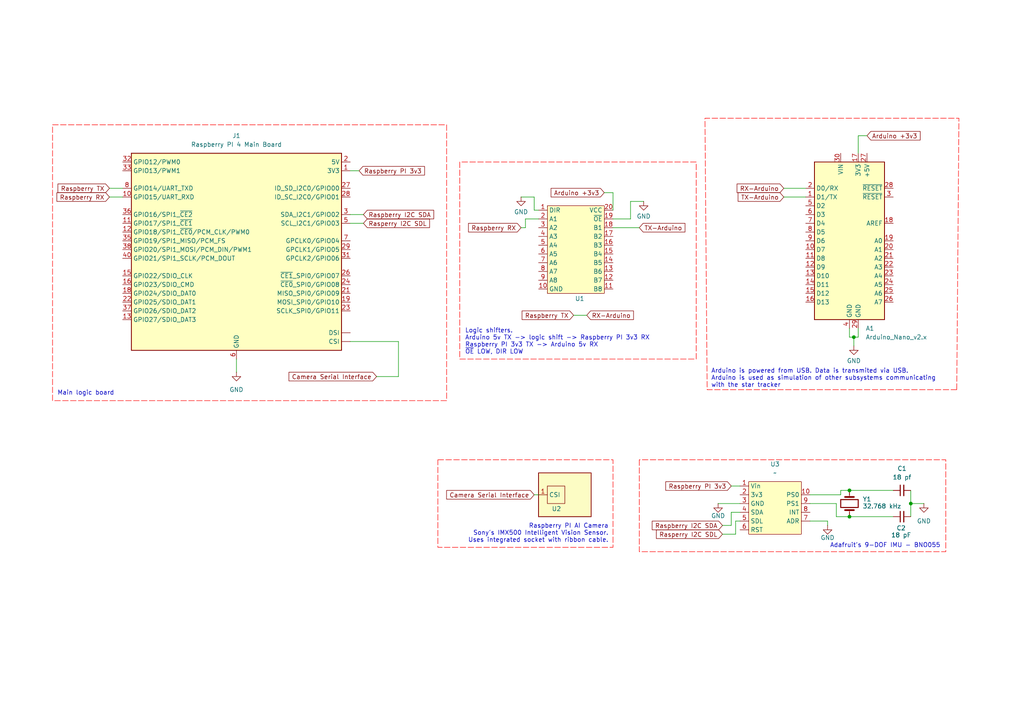
<source format=kicad_sch>
(kicad_sch (version 20250114) (generator "eeschema") (generator_version "9.0")
  (paper "A4")
  (title_block (title "Star Tracker") (date "2025-08-03") (rev "1") (company "Star Tracker Team 1"))
  (lib_symbols
    (symbol "Device:C_Small" (pin_numbers (hide yes)) (pin_names (offset 0.254) (hide yes))
      (property "Reference" "C" (at 0.254 1.778 0))
      (property "Value" "C_Small" (at 0.254 -2.032 0))
      (symbol "C_Small_0_1"
        (polyline (pts (xy -1.524 0.508) (xy 1.524 0.508)) (stroke (width 0.3048)))
        (polyline (pts (xy -1.524 -0.508) (xy 1.524 -0.508)) (stroke (width 0.3302)))
      )
      (symbol "C_Small_1_1"
        (pin passive line (at 0 2.54 270) (length 2.032) (name "~") (number "1"))
        (pin passive line (at 0 -2.54 90) (length 2.032) (name "~") (number "2"))
      )
    )
    (symbol "Device:Crystal" (pin_numbers (hide yes)) (pin_names (offset 1.016) (hide yes))
      (property "Reference" "Y" (at 0 3.81 0))
      (property "Value" "Crystal" (at 0 -3.81 0))
      (symbol "Crystal_0_1"
        (polyline (pts (xy -2.54 0) (xy -1.905 0)))
        (polyline (pts (xy -1.905 -1.27) (xy -1.905 1.27)) (stroke (width 0.508)))
        (rectangle (start -1.143 2.54) (end 1.143 -2.54) (stroke (width 0.3048)))
        (polyline (pts (xy 1.905 -1.27) (xy 1.905 1.27)) (stroke (width 0.508)))
        (polyline (pts (xy 2.54 0) (xy 1.905 0)))
      )
      (symbol "Crystal_1_1"
        (pin passive line (at -3.81 0 0) (length 1.27) (name "1") (number "1"))
        (pin passive line (at 3.81 0 180) (length 1.27) (name "2") (number "2"))
      )
    )
    (symbol "MCU_Module:Arduino_Nano_v2.x"
      (property "Reference" "A" (at -10.16 23.495 0))
      (property "Value" "Arduino_Nano_v2.x" (at 5.08 -24.13 0))
      (symbol "Arduino_Nano_v2.x_0_1"
        (rectangle (start -10.16 22.86) (end 10.16 -22.86) (stroke (width 0.254)) (fill (type background)))
      )
      (symbol "Arduino_Nano_v2.x_1_1"
        (pin bidirectional line (at -12.7 15.24 0) (length 2.54) (name "D0/RX") (number "2"))
        (pin bidirectional line (at -12.7 12.7 0) (length 2.54) (name "D1/TX") (number "1"))
        (pin bidirectional line (at -12.7 10.16 0) (length 2.54) (name "D2") (number "5"))
        (pin bidirectional line (at -12.7 7.62 0) (length 2.54) (name "D3") (number "6"))
        (pin bidirectional line (at -12.7 5.08 0) (length 2.54) (name "D4") (number "7"))
        (pin bidirectional line (at -12.7 2.54 0) (length 2.54) (name "D5") (number "8"))
        (pin bidirectional line (at -12.7 0 0) (length 2.54) (name "D6") (number "9"))
        (pin bidirectional line (at -12.7 -2.54 0) (length 2.54) (name "D7") (number "10"))
        (pin bidirectional line (at -12.7 -5.08 0) (length 2.54) (name "D8") (number "11"))
        (pin bidirectional line (at -12.7 -7.62 0) (length 2.54) (name "D9") (number "12"))
        (pin bidirectional line (at -12.7 -10.16 0) (length 2.54) (name "D10") (number "13"))
        (pin bidirectional line (at -12.7 -12.7 0) (length 2.54) (name "D11") (number "14"))
        (pin bidirectional line (at -12.7 -15.24 0) (length 2.54) (name "D12") (number "15"))
        (pin bidirectional line (at -12.7 -17.78 0) (length 2.54) (name "D13") (number "16"))
        (pin power_in line (at -2.54 25.4 270) (length 2.54) (name "VIN") (number "30"))
        (pin power_in line (at 0 -25.4 90) (length 2.54) (name "GND") (number "4"))
        (pin power_out line (at 2.54 25.4 270) (length 2.54) (name "3V3") (number "17"))
        (pin power_in line (at 2.54 -25.4 90) (length 2.54) (name "GND") (number "29"))
        (pin power_out line (at 5.08 25.4 270) (length 2.54) (name "+5V") (number "27"))
        (pin input line (at 12.7 15.24 180) (length 2.54) (name "~{RESET}") (number "28"))
        (pin input line (at 12.7 12.7 180) (length 2.54) (name "~{RESET}") (number "3"))
        (pin input line (at 12.7 5.08 180) (length 2.54) (name "AREF") (number "18"))
        (pin bidirectional line (at 12.7 0 180) (length 2.54) (name "A0") (number "19"))
        (pin bidirectional line (at 12.7 -2.54 180) (length 2.54) (name "A1") (number "20"))
        (pin bidirectional line (at 12.7 -5.08 180) (length 2.54) (name "A2") (number "21"))
        (pin bidirectional line (at 12.7 -7.62 180) (length 2.54) (name "A3") (number "22"))
        (pin bidirectional line (at 12.7 -10.16 180) (length 2.54) (name "A4") (number "23"))
        (pin bidirectional line (at 12.7 -12.7 180) (length 2.54) (name "A5") (number "24"))
        (pin bidirectional line (at 12.7 -15.24 180) (length 2.54) (name "A6") (number "25"))
        (pin bidirectional line (at 12.7 -17.78 180) (length 2.54) (name "A7") (number "26"))
      )
    )
    (symbol "StarTracker:Camera"
      (property "Reference" "U" (at -0.254 1.27 0))
      (symbol "Camera_1_1"
        (rectangle (start -2.54 7.62) (end 2.54 2.54))
        (pin bidirectional line (at -5.08 5.08 0) (length 2.54) (name "CSI") (number "1"))
      )
    )
    (symbol "StarTracker:IMU"
      (property "Reference" "U" (at 4.318 -1.016 0))
      (symbol "IMU_1_1"
        (rectangle (start -3.81 16.51) (end 11.43 1.27) (fill (type background)))
        (pin power_in line (at -6.35 15.24 0) (length 2.54) (name "Vin") (number "1"))
        (pin power_out line (at -6.35 12.7 0) (length 2.54) (name "3v3") (number "2"))
        (pin power_in line (at -6.35 10.16 0) (length 2.54) (name "GND") (number "3"))
        (pin bidirectional line (at -6.35 7.62 0) (length 2.54) (name "SDA") (number "4"))
        (pin bidirectional line (at -6.35 5.08 0) (length 2.54) (name "SDL") (number "5"))
        (pin input line (at -6.35 2.54 0) (length 2.54) (name "RST") (number "6"))
        (pin passive line (at 13.97 12.7 180) (length 2.54) (name "PS0") (number "10"))
        (pin passive line (at 13.97 10.16 180) (length 2.54) (name "PS1") (number "9"))
        (pin input line (at 13.97 7.62 180) (length 2.54) (name "INT") (number "8"))
        (pin input line (at 13.97 5.08 180) (length 2.54) (name "ADR") (number "7"))
      )
    )
    (symbol "StarTracker:Raspberry_Pi_4_edited"
      (property "Reference" "J" (at -17.526 48.768 0))
      (property "Value" "Raspberry_Pi_4_edited" (at 9.144 -33.02 0))
      (symbol "Raspberry_Pi_4_edited_0_1"
        (rectangle (start -30.48 25.4) (end 30.48 -31.75) (stroke (width 0.254)) (fill (type background)))
      )
      (symbol "Raspberry_Pi_4_edited_1_1"
        (pin bidirectional line (at -33.02 22.86 0) (length 2.54) (name "GPIO12/PWM0") (number "32"))
        (pin bidirectional line (at -33.02 20.32 0) (length 2.54) (name "GPIO13/PWM1") (number "33"))
        (pin bidirectional line (at -33.02 15.24 0) (length 2.54) (name "GPIO14/UART_TXD") (number "8"))
        (pin bidirectional line (at -33.02 12.7 0) (length 2.54) (name "GPIO15/UART_RXD") (number "10"))
        (pin bidirectional line (at -33.02 7.62 0) (length 2.54) (name "GPIO16/SPI1_~{CE2}") (number "36"))
        (pin bidirectional line (at -33.02 5.08 0) (length 2.54) (name "GPIO17/SPI1_~{CE1}") (number "11"))
        (pin bidirectional line (at -33.02 2.54 0) (length 2.54) (name "GPIO18/SPI1_~{CE0}/PCM_CLK/PWM0") (number "12"))
        (pin bidirectional line (at -33.02 0 0) (length 2.54) (name "GPIO19/SPI1_MISO/PCM_FS") (number "35"))
        (pin bidirectional line (at -33.02 -2.54 0) (length 2.54) (name "GPIO20/SPI1_MOSI/PCM_DIN/PWM1") (number "38"))
        (pin bidirectional line (at -33.02 -5.08 0) (length 2.54) (name "GPIO21/SPI1_SCLK/PCM_DOUT") (number "40"))
        (pin bidirectional line (at -33.02 -10.16 0) (length 2.54) (name "GPIO22/SDIO_CLK") (number "15"))
        (pin bidirectional line (at -33.02 -12.7 0) (length 2.54) (name "GPIO23/SDIO_CMD") (number "16"))
        (pin bidirectional line (at -33.02 -15.24 0) (length 2.54) (name "GPIO24/SDIO_DAT0") (number "18"))
        (pin bidirectional line (at -33.02 -17.78 0) (length 2.54) (name "GPIO25/SDIO_DAT1") (number "22"))
        (pin bidirectional line (at -33.02 -20.32 0) (length 2.54) (name "GPIO26/SDIO_DAT2") (number "37"))
        (pin bidirectional line (at -33.02 -22.86 0) (length 2.54) (name "GPIO27/SDIO_DAT3") (number "13"))
        (pin passive line (at 0 -34.29 90) (length 2.54) (hide yes) (name "GND") (number "14"))
        (pin passive line (at 0 -34.29 90) (length 2.54) (hide yes) (name "GND") (number "20"))
        (pin passive line (at 0 -34.29 90) (length 2.54) (hide yes) (name "GND") (number "25"))
        (pin passive line (at 0 -34.29 90) (length 2.54) (hide yes) (name "GND") (number "30"))
        (pin passive line (at 0 -34.29 90) (length 2.54) (hide yes) (name "GND") (number "34"))
        (pin passive line (at 0 -34.29 90) (length 2.54) (hide yes) (name "GND") (number "39"))
        (pin power_out line (at 0 -34.29 90) (length 2.54) (name "GND") (number "6"))
        (pin passive line (at 0 -34.29 90) (length 2.54) (hide yes) (name "GND") (number "9"))
        (pin power_out line (at 33.02 22.86 180) (length 2.54) (name "5V") (number "2"))
        (pin passive line (at 33.02 22.86 180) (length 2.54) (hide yes) (name "5V") (number "4"))
        (pin power_out line (at 33.02 20.32 180) (length 2.54) (name "3V3") (number "1"))
        (pin passive line (at 33.02 20.32 180) (length 2.54) (hide yes) (name "3V3") (number "17"))
        (pin bidirectional line (at 33.02 15.24 180) (length 2.54) (name "ID_SD_I2C0/GPIO00") (number "27"))
        (pin bidirectional line (at 33.02 12.7 180) (length 2.54) (name "ID_SC_I2C0/GPIO01") (number "28"))
        (pin bidirectional line (at 33.02 7.62 180) (length 2.54) (name "SDA_I2C1/GPIO02") (number "3"))
        (pin bidirectional line (at 33.02 5.08 180) (length 2.54) (name "SCL_I2C1/GPIO03") (number "5"))
        (pin bidirectional line (at 33.02 0 180) (length 2.54) (name "GPCLK0/GPIO04") (number "7"))
        (pin bidirectional line (at 33.02 -2.54 180) (length 2.54) (name "GPCLK1/GPIO05") (number "29"))
        (pin bidirectional line (at 33.02 -5.08 180) (length 2.54) (name "GPCLK2/GPIO06") (number "31"))
        (pin bidirectional line (at 33.02 -10.16 180) (length 2.54) (name "~{CE1}_SPI0/GPIO07") (number "26"))
        (pin bidirectional line (at 33.02 -12.7 180) (length 2.54) (name "~{CE0}_SPI0/GPIO08") (number "24"))
        (pin bidirectional line (at 33.02 -15.24 180) (length 2.54) (name "MISO_SPI0/GPIO09") (number "21"))
        (pin bidirectional line (at 33.02 -17.78 180) (length 2.54) (name "MOSI_SPI0/GPIO10") (number "19"))
        (pin bidirectional line (at 33.02 -20.32 180) (length 2.54) (name "SCLK_SPI0/GPIO11") (number "23"))
        (pin bidirectional line (at 33.02 -26.67 180) (length 2.54) (name "DSI") (number ""))
        (pin bidirectional line (at 33.02 -29.21 180) (length 2.54) (name "CSI") (number ""))
      )
    )
    (symbol "StarTracker:SN74LVC245A"
      (property "Reference" "U" (at 4.572 -8.89 0))
      (symbol "SN74LVC245A_1_1"
        (rectangle (start -3.81 17.78) (end 12.7 -7.62) (fill (type background)))
        (pin input line (at -6.35 16.51 0) (length 2.54) (name "DIR") (number "1"))
        (pin bidirectional line (at -6.35 13.97 0) (length 2.54) (name "A1") (number "2"))
        (pin bidirectional line (at -6.35 11.43 0) (length 2.54) (name "A2") (number "3"))
        (pin bidirectional line (at -6.35 8.89 0) (length 2.54) (name "A3") (number "4"))
        (pin bidirectional line (at -6.35 6.35 0) (length 2.54) (name "A4") (number "5"))
        (pin bidirectional line (at -6.35 3.81 0) (length 2.54) (name "A5") (number "6"))
        (pin bidirectional line (at -6.35 1.27 0) (length 2.54) (name "A6") (number "7"))
        (pin bidirectional line (at -6.35 -1.27 0) (length 2.54) (name "A7") (number "8"))
        (pin bidirectional line (at -6.35 -3.81 0) (length 2.54) (name "A8") (number "9"))
        (pin power_in line (at -6.35 -6.35 0) (length 2.54) (name "GND") (number "10"))
        (pin power_in line (at 15.24 16.51 180) (length 2.54) (name "VCC") (number "20"))
        (pin input line (at 15.24 13.97 180) (length 2.54) (name "~{OE}") (number "19"))
        (pin bidirectional line (at 15.24 11.43 180) (length 2.54) (name "B1") (number "18"))
        (pin bidirectional line (at 15.24 8.89 180) (length 2.54) (name "B2") (number "17"))
        (pin bidirectional line (at 15.24 6.35 180) (length 2.54) (name "B3") (number "16"))
        (pin bidirectional line (at 15.24 3.81 180) (length 2.54) (name "B4") (number "15"))
        (pin bidirectional line (at 15.24 1.27 180) (length 2.54) (name "B5") (number "14"))
        (pin bidirectional line (at 15.24 -1.27 180) (length 2.54) (name "B6") (number "13"))
        (pin bidirectional line (at 15.24 -3.81 180) (length 2.54) (name "B7") (number "12"))
        (pin bidirectional line (at 15.24 -6.35 180) (length 2.54) (name "B8") (number "11"))
      )
    )
    (symbol "power:GND" (power) (pin_numbers (hide yes)) (pin_names (offset 0) (hide yes))
      (property "Value" "GND" (at 0 -3.81 0))
      (symbol "GND_0_1"
        (polyline (pts (xy 0 0) (xy 0 -1.27) (xy 1.27 -1.27) (xy 0 -2.54) (xy -1.27 -1.27) (xy 0 -1.27)))
      )
      (symbol "GND_1_1"
        (pin power_in line (at 0 0 270) (length 0) (name "~") (number "1"))
      )
    )
  )
  (text "Logic shifters.\nArduino 5v TX -> logic shift -> Raspberry PI 3v3 RX\nRaspberry PI 3v3 TX -> Arduino 5v RX\n~{OE} LOW, DIR LOW" (at 134.874 102.87 0) (effects (font (size 1.27 1.27)) (justify left bottom)))
  (text "Raspberry PI AI Camera\nSony's IMX500 Intelligent Vision Sensor.\nUses integrated socket with ribbon cable." (at 176.53 157.48 0) (effects (font (size 1.27 1.27)) (justify right bottom)))
  (text "Main logic board" (at 24.892 114.046 0) (effects (font (size 1.27 1.27))))
  (text "Arduino is powered from USB. Data is transmited via USB.\nArduino is used as simulation of other subsystems communicating\nwith the star tracker\n" (at 206.248 109.728 0) (effects (font (size 1.27 1.27)) (justify left)))
  (text "Adafruit's 9-DOF IMU - BNO055\n" (at 272.796 159.004 0) (effects (font (size 1.27 1.27)) (justify right bottom)))
  (junction (at 246.38 149.86))
  (junction (at 264.16 146.05))
  (junction (at 246.38 142.24))
  (junction (at 247.65 97.79))
  (wire (pts (xy 227.33 57.15) (xy 233.68 57.15)))
  (wire (pts (xy 248.92 97.79) (xy 247.65 97.79)))
  (wire (pts (xy 246.38 149.86) (xy 259.08 149.86)))
  (wire (pts (xy 209.55 152.4) (xy 212.09 152.4)))
  (wire (pts (xy 154.94 60.96) (xy 156.21 60.96)))
  (wire (pts (xy 264.16 142.24) (xy 264.16 146.05)))
  (wire (pts (xy 248.92 95.25) (xy 248.92 97.79)))
  (wire (pts (xy 101.6 62.23) (xy 105.41 62.23)))
  (wire (pts (xy 213.36 151.13) (xy 214.63 151.13)))
  (wire (pts (xy 246.38 95.25) (xy 246.38 97.79)))
  (wire (pts (xy 182.88 63.5) (xy 177.8 63.5)))
  (wire (pts (xy 246.38 142.24) (xy 259.08 142.24)))
  (wire (pts (xy 31.75 54.61) (xy 35.56 54.61)))
  (wire (pts (xy 154.94 143.51) (xy 156.21 143.51)))
  (wire (pts (xy 234.95 151.13) (xy 240.03 151.13)))
  (wire (pts (xy 182.88 58.42) (xy 186.69 58.42)))
  (wire (pts (xy 212.09 148.59) (xy 214.63 148.59)))
  (wire (pts (xy 177.8 55.88) (xy 177.8 60.96)))
  (wire (pts (xy 264.16 146.05) (xy 267.97 146.05)))
  (wire (pts (xy 101.6 49.53) (xy 104.14 49.53)))
  (wire (pts (xy 248.92 39.37) (xy 248.92 44.45)))
  (wire (pts (xy 115.57 99.06) (xy 101.6 99.06)))
  (wire (pts (xy 246.38 97.79) (xy 247.65 97.79)))
  (wire (pts (xy 115.57 99.06) (xy 115.57 109.22)))
  (wire (pts (xy 246.38 149.86) (xy 242.57 149.86)))
  (wire (pts (xy 213.36 154.94) (xy 213.36 151.13)))
  (wire (pts (xy 151.13 66.04) (xy 152.4 66.04)))
  (wire (pts (xy 234.95 143.51) (xy 243.84 143.51)))
  (wire (pts (xy 177.8 66.04) (xy 185.42 66.04)))
  (wire (pts (xy 264.16 146.05) (xy 264.16 149.86)))
  (wire (pts (xy 101.6 64.77) (xy 105.41 64.77)))
  (wire (pts (xy 182.88 58.42) (xy 182.88 63.5)))
  (wire (pts (xy 166.37 91.44) (xy 170.18 91.44)))
  (wire (pts (xy 109.22 109.22) (xy 115.57 109.22)))
  (wire (pts (xy 243.84 142.24) (xy 246.38 142.24)))
  (wire (pts (xy 31.75 57.15) (xy 35.56 57.15)))
  (wire (pts (xy 68.58 104.14) (xy 68.58 107.95)))
  (wire (pts (xy 152.4 63.5) (xy 152.4 66.04)))
  (wire (pts (xy 156.21 63.5) (xy 152.4 63.5)))
  (wire (pts (xy 212.09 152.4) (xy 212.09 148.59)))
  (wire (pts (xy 209.55 154.94) (xy 213.36 154.94)))
  (wire (pts (xy 240.03 151.13) (xy 240.03 152.4)))
  (wire (pts (xy 243.84 143.51) (xy 243.84 142.24)))
  (wire (pts (xy 154.94 57.15) (xy 154.94 60.96)))
  (wire (pts (xy 242.57 149.86) (xy 242.57 146.05)))
  (wire (pts (xy 234.95 146.05) (xy 242.57 146.05)))
  (wire (pts (xy 175.26 55.88) (xy 177.8 55.88)))
  (wire (pts (xy 227.33 54.61) (xy 233.68 54.61)))
  (wire (pts (xy 151.13 57.15) (xy 154.94 57.15)))
  (wire (pts (xy 247.65 100.33) (xy 247.65 97.79)))
  (wire (pts (xy 212.09 140.97) (xy 214.63 140.97)))
  (wire (pts (xy 208.28 146.05) (xy 214.63 146.05)))
  (wire (pts (xy 251.46 39.37) (xy 248.92 39.37)))
  (global_label "Arduino +3v3" (shape input) (at 251.46 39.37 0) (property "Intersheetrefs" "${INTERSHEET_REFS}" (effects (hide yes))))
  (global_label "Raspberry I2C SDA" (shape input) (at 105.41 62.23 0) (property "Intersheetrefs" "${INTERSHEET_REFS}" (effects (hide yes))))
  (global_label "RX-Arduino" (shape input) (at 227.33 54.61 180) (property "Intersheetrefs" "${INTERSHEET_REFS}" (effects (hide yes))))
  (global_label "Camera Serial Interface" (shape input) (at 154.94 143.51 180) (property "Intersheetrefs" "${INTERSHEET_REFS}" (effects (hide yes))))
  (global_label "TX-Arduino" (shape input) (at 227.33 57.15 180) (property "Intersheetrefs" "${INTERSHEET_REFS}" (effects (hide yes))))
  (global_label "Raspberry RX" (shape input) (at 31.75 57.15 180) (property "Intersheetrefs" "${INTERSHEET_REFS}" (effects (hide yes))))
  (global_label "Raspberry I2C SDA" (shape input) (at 209.55 152.4 180) (property "Intersheetrefs" "${INTERSHEET_REFS}" (effects (hide yes))))
  (global_label "TX-Arduino" (shape input) (at 185.42 66.04 0) (property "Intersheetrefs" "${INTERSHEET_REFS}" (effects (hide yes))))
  (global_label "Raspberry PI 3v3" (shape input) (at 104.14 49.53 0) (property "Intersheetrefs" "${INTERSHEET_REFS}" (effects (hide yes))))
  (global_label "Raspberry RX" (shape input) (at 151.13 66.04 180) (property "Intersheetrefs" "${INTERSHEET_REFS}" (effects (hide yes))))
  (global_label "Rasperry I2C SDL" (shape input) (at 209.55 154.94 180) (property "Intersheetrefs" "${INTERSHEET_REFS}" (effects (hide yes))))
  (global_label "Raspberry PI 3v3" (shape input) (at 212.09 140.97 180) (property "Intersheetrefs" "${INTERSHEET_REFS}" (effects (hide yes))))
  (global_label "Raspberry TX" (shape input) (at 166.37 91.44 180) (property "Intersheetrefs" "${INTERSHEET_REFS}" (effects (hide yes))))
  (global_label "Arduino +3v3" (shape input) (at 175.26 55.88 180) (property "Intersheetrefs" "${INTERSHEET_REFS}" (effects (hide yes))))
  (global_label "Raspberry TX" (shape input) (at 31.75 54.61 180) (property "Intersheetrefs" "${INTERSHEET_REFS}" (effects (hide yes))))
  (global_label "RX-Arduino" (shape input) (at 170.18 91.44 0) (property "Intersheetrefs" "${INTERSHEET_REFS}" (effects (hide yes))))
  (global_label "Rasperry I2C SDL" (shape input) (at 105.41 64.77 0) (property "Intersheetrefs" "${INTERSHEET_REFS}" (effects (hide yes))))
  (global_label "Camera Serial Interface" (shape input) (at 109.22 109.22 180) (property "Intersheetrefs" "${INTERSHEET_REFS}" (effects (hide yes))))
  (rule_area (polyline (pts (xy 127 133.35) (xy 177.8 133.35) (xy 177.8 158.75) (xy 127 158.75)) (stroke (width 0) (type dash))))
  (rule_area (polyline (pts (xy 201.93 104.14) (xy 201.93 46.99) (xy 133.35 46.99) (xy 133.35 104.14)) (stroke (width 0) (type dash))))
  (rule_area (polyline (pts (xy 156.21 149.86) (xy 171.45 149.86) (xy 171.45 137.16) (xy 156.21 137.16)) (stroke (width 0.25) (color 134 7 7 1)) (fill (type color) (color 252 252 196 1))))
  (rule_area (polyline (pts (xy 185.42 133.35) (xy 185.42 160.02) (xy 274.32 160.02) (xy 274.32 133.35)) (stroke (width 0) (type dash))))
  (rule_area (polyline (pts (xy 129.54 116.205) (xy 15.24 116.205) (xy 15.24 36.195) (xy 129.54 36.195)) (stroke (width 0) (type dash))))
  (rule_area (polyline (pts (xy 277.495 113.03) (xy 205.105 113.03) (xy 204.47 34.29) (xy 278.13 34.29)) (stroke (width 0) (type dash))))
  (symbol (lib_id "power:GND") (at 186.69 58.42 0) (unit 1)
    (property "Reference" "#PWR04" (effects (hide yes)))
    (property "Value" "GND" (at 186.69 62.738 0))
    (property "Description" "Power symbol creates a global label with name \"GND\" , ground" (effects (hide yes)))
  )
  (symbol (lib_id "power:GND") (at 267.97 146.05 0) (unit 1)
    (property "Reference" "#PWR03" (effects (hide yes)))
    (property "Value" "GND" (at 267.97 151.13 0))
    (property "Description" "Power symbol creates a global label with name \"GND\" , ground" (effects (hide yes)))
  )
  (symbol (lib_id "power:GND") (at 68.58 107.95 0) (unit 1)
    (property "Reference" "#PWR01" (effects (hide yes)))
    (property "Value" "GND" (at 68.58 113.03 0))
    (property "Description" "Power symbol creates a global label with name \"GND\" , ground" (effects (hide yes)))
  )
  (symbol (lib_id "StarTracker:IMU") (at 220.98 156.21 0) (unit 1)
    (property "Reference" "U3" (at 224.79 134.62 0))
    (property "Value" "~" (at 224.79 137.16 0))
  )
  (symbol (lib_id "power:GND") (at 247.65 100.33 0) (unit 1)
    (property "Reference" "#PWR02" (effects (hide yes)))
    (property "Value" "GND" (at 247.65 104.648 0))
    (property "Description" "Power symbol creates a global label with name \"GND\" , ground" (effects (hide yes)))
  )
  (symbol (lib_id "StarTracker:Camera") (at 161.29 148.59 0) (unit 1)
    (property "Reference" "U2" (at 160.02 147.574 0) (effects (justify left)))
  )
  (symbol (lib_id "power:GND") (at 240.03 152.4 0) (unit 1)
    (property "Reference" "#PWR07" (effects (hide yes)))
    (property "Value" "GND" (at 240.03 155.956 0))
    (property "Description" "Power symbol creates a global label with name \"GND\" , ground" (effects (hide yes)))
  )
  (symbol (lib_id "power:GND") (at 208.28 146.05 0) (unit 1)
    (property "Reference" "#PWR06" (effects (hide yes)))
    (property "Value" "GND" (at 208.28 149.606 0))
    (property "Description" "Power symbol creates a global label with name \"GND\" , ground" (effects (hide yes)))
  )
  (symbol (lib_id "StarTracker:SN74LVC245A") (at 162.56 77.47 0) (unit 1)
    (property "Reference" "U1" (at 168.148 86.614 0))
  )
  (symbol (lib_id "Device:Crystal") (at 246.38 146.05 90) (unit 1)
    (property "Reference" "Y1" (at 250.19 144.7799 90) (effects (justify right)))
    (property "Value" "32.768 kHz" (at 250.19 146.812 90) (effects (justify right)))
    (property "Description" "Two pin crystal" (effects (hide yes)))
  )
  (symbol (lib_id "Device:C_Small") (at 261.62 142.24 90) (unit 1)
    (property "Reference" "C1" (at 261.6263 135.89 90))
    (property "Value" "18 pf" (at 261.6263 138.43 90))
    (property "Description" "Unpolarized capacitor, small symbol" (effects (hide yes)))
  )
  (symbol (lib_id "Device:C_Small") (at 261.62 149.86 90) (unit 1)
    (property "Reference" "C2" (at 261.366 153.162 90))
    (property "Value" "18 pF" (at 261.366 155.194 90))
    (property "Description" "Unpolarized capacitor, small symbol" (effects (hide yes)))
  )
  (symbol (lib_id "power:GND") (at 151.13 57.15 0) (unit 1)
    (property "Reference" "#PWR05" (effects (hide yes)))
    (property "Value" "GND" (at 151.13 61.468 0))
    (property "Description" "Power symbol creates a global label with name \"GND\" , ground" (effects (hide yes)))
  )
  (symbol (lib_id "StarTracker:Raspberry_Pi_4_edited") (at 68.58 69.85 0) (unit 1)
    (property "Reference" "J1" (at 68.58 39.37 0))
    (property "Value" "Raspberry PI 4 Main Board" (at 68.58 41.91 0))
    (property "Datasheet" "https://datasheets.raspberrypi.com/rpi4/raspberry-pi-4-datasheet.pdf" (effects (hide yes)))
    (property "Description" "Raspberry Pi 4 Model B" (effects (hide yes)))
  )
  (symbol (lib_id "MCU_Module:Arduino_Nano_v2.x") (at 246.38 69.85 0) (unit 1)
    (property "Reference" "A1" (at 251.0633 95.25 0) (effects (justify left)))
    (property "Value" "Arduino_Nano_v2.x" (at 251.0633 97.79 0) (effects (justify left)))
    (property "Footprint" "Module:Arduino_Nano" (effects (hide yes)))
    (property "Datasheet" "https://www.arduino.cc/en/uploads/Main/ArduinoNanoManual23.pdf" (effects (hide yes)))
    (property "Description" "Arduino Nano v2.x" (effects (hide yes)))
  )
)
</source>
